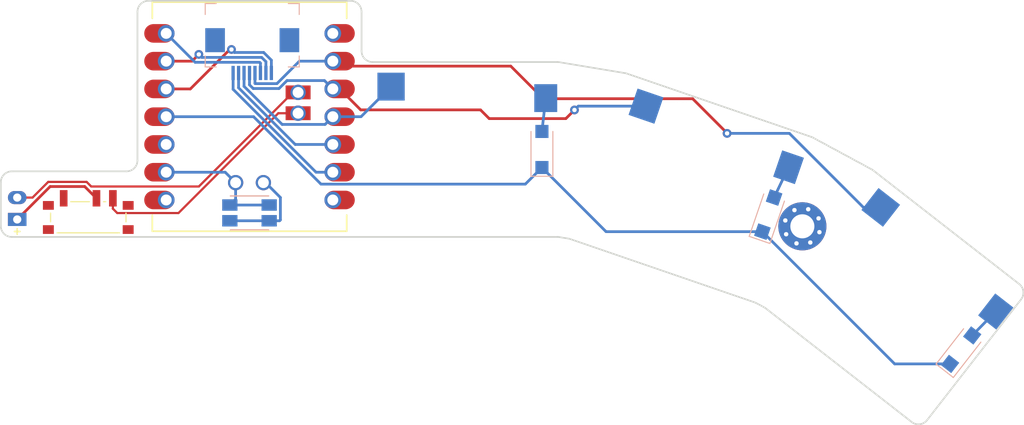
<source format=kicad_pcb>
(kicad_pcb (version 20221018) (generator pcbnew)
  (title_block (title "left_thumbs") (rev "rev1.0") (company "Nikservik"))
  (layers (0 "F.Cu" signal) (31 "B.Cu" signal) (34 "B.Paste" user) (35 "F.Paste" user) (36 "B.SilkS" user "B.Silkscreen") (37 "F.SilkS" user "F.Silkscreen") (38 "B.Mask" user) (39 "F.Mask" user) (44 "Edge.Cuts" user))
  (net 0 "")
  (net 1 "CT3")
  (net 2 "RLT4")
  (net 3 "S1_s2d")
  (net 4 "CT4")
  (net 5 "S2_s2d")
  (net 6 "CT5")
  (net 7 "S3_s2d")
  (net 8 "P0")
  (net 9 "CT1")
  (net 10 "CT2")
  (net 11 "P6")
  (net 12 "RLT1")
  (net 13 "RLT2")
  (net 14 "RLT3")
  (net 15 "RAW3V3")
  (net 16 "GND")
  (net 17 "RAW5V")
  (net 18 "BATP")
  (net 19 "BATN")
  (net 20 "RST")
  (net 21 "BAT_P")
  (footprint "Seeeduino XIAO nRF52840" (layer "F.Cu") (at 221.041967 38.88441 180)
    (fp_text reference "" (at 0 0 180) (layer "F.SilkS") (effects (font (size 1.27 1.27))))
    (fp_text value "" (at 0 0 180) (layer "F.SilkS") (effects (font (size 1.27 1.27))))
    (fp_line (start -8.89 -10.48) (end -8.89 -9) (stroke (width 0.15)) (layer "F.SilkS"))
    (fp_line (start -8.89 10.48) (end -8.89 9) (stroke (width 0.15)) (layer "F.SilkS"))
    (fp_line (start -8.89 10.48) (end 8.89 10.48) (stroke (width 0.15)) (layer "F.SilkS"))
    (fp_line (start 8.89 -10.48) (end -8.89 -10.48) (stroke (width 0.15)) (layer "F.SilkS"))
    (fp_line (start 8.89 -10.48) (end 8.89 -9) (stroke (width 0.15)) (layer "F.SilkS"))
    (fp_line (start 8.89 10.48) (end 8.89 9) (stroke (width 0.15)) (layer "F.SilkS"))
    (pad "" thru_hole circle (at -4.445 0.317) (size 1.4 1.4) (drill 1) (layers "*.Cu" "*.Mask") (net 18 "BATP"))
    (pad "" smd rect (at -4.445 0.317 180) (size 2.286 1.27) (layers "F.Cu" "F.Paste" "F.Mask") (net 18 "BATP"))
    (pad "" thru_hole circle (at -4.445 2.222) (size 1.4 1.4) (drill 1) (layers "*.Cu" "*.Mask") (net 19 "BATN"))
    (pad "" smd rect (at -4.445 2.222 180) (size 2.286 1.27) (layers "F.Cu" "F.Paste" "F.Mask") (net 19 "BATN"))
    (pad "" thru_hole circle (at -1.27 -6.033) (size 1.4 1.4) (drill 1) (layers "*.Cu" "*.Mask") (net 20 "RST"))
    (pad "" thru_hole circle (at 1.27 -6.033) (size 1.4 1.4) (drill 1) (layers "*.Cu" "*.Mask") (net 16 "GND"))
    (pad "1" smd oval (at -8.255 -7.62 180) (size 2.75 1.7) (layers "F.Cu" "F.Paste" "F.Mask") (net 8 "P0"))
    (pad "1" thru_hole circle (at -7.62 -7.62) (size 1.53 1.53) (drill 1) (layers "*.Cu" "*.Mask") (net 8 "P0"))
    (pad "2" smd oval (at -8.255 -5.08 180) (size 2.75 1.7) (layers "F.Cu" "F.Paste" "F.Mask") (net 9 "CT1"))
    (pad "2" thru_hole circle (at -7.62 -5.08) (size 1.53 1.53) (drill 1) (layers "*.Cu" "*.Mask") (net 9 "CT1"))
    (pad "3" smd oval (at -8.255 -2.54 180) (size 2.75 1.7) (layers "F.Cu" "F.Paste" "F.Mask") (net 10 "CT2"))
    (pad "3" thru_hole circle (at -7.62 -2.54) (size 1.53 1.53) (drill 1) (layers "*.Cu" "*.Mask") (net 10 "CT2"))
    (pad "4" smd oval (at -8.255 0 180) (size 2.75 1.7) (layers "F.Cu" "F.Paste" "F.Mask") (net 1 "CT3"))
    (pad "4" thru_hole circle (at -7.62 0) (size 1.53 1.53) (drill 1) (layers "*.Cu" "*.Mask") (net 1 "CT3"))
    (pad "5" smd oval (at -8.255 2.54 180) (size 2.75 1.7) (layers "F.Cu" "F.Paste" "F.Mask") (net 4 "CT4"))
    (pad "5" thru_hole circle (at -7.62 2.54) (size 1.53 1.53) (drill 1) (layers "*.Cu" "*.Mask") (net 4 "CT4"))
    (pad "6" smd oval (at -8.255 5.08 180) (size 2.75 1.7) (layers "F.Cu" "F.Paste" "F.Mask") (net 6 "CT5"))
    (pad "6" thru_hole circle (at -7.62 5.08) (size 1.53 1.53) (drill 1) (layers "*.Cu" "*.Mask") (net 6 "CT5"))
    (pad "7" smd oval (at -8.255 7.62 180) (size 2.75 1.7) (layers "F.Cu" "F.Paste" "F.Mask") (net 11 "P6"))
    (pad "7" thru_hole circle (at -7.62 7.62) (size 1.53 1.53) (drill 1) (layers "*.Cu" "*.Mask") (net 11 "P6"))
    (pad "8" thru_hole circle (at 7.62 7.62) (size 1.53 1.53) (drill 1) (layers "*.Cu" "*.Mask") (net 12 "RLT1"))
    (pad "8" smd oval (at 8.255 7.62 180) (size 2.75 1.7) (layers "F.Cu" "F.Paste" "F.Mask") (net 12 "RLT1"))
    (pad "9" thru_hole circle (at 7.62 5.08) (size 1.53 1.53) (drill 1) (layers "*.Cu" "*.Mask") (net 13 "RLT2"))
    (pad "9" smd oval (at 8.255 5.08 180) (size 2.75 1.7) (layers "F.Cu" "F.Paste" "F.Mask") (net 13 "RLT2"))
    (pad "10" thru_hole circle (at 7.62 2.54) (size 1.53 1.53) (drill 1) (layers "*.Cu" "*.Mask") (net 14 "RLT3"))
    (pad "10" smd oval (at 8.255 2.54 180) (size 2.75 1.7) (layers "F.Cu" "F.Paste" "F.Mask") (net 14 "RLT3"))
    (pad "11" thru_hole circle (at 7.62 0) (size 1.53 1.53) (drill 1) (layers "*.Cu" "*.Mask") (net 2 "RLT4"))
    (pad "11" smd oval (at 8.255 0 180) (size 2.75 1.7) (layers "F.Cu" "F.Paste" "F.Mask") (net 2 "RLT4"))
    (pad "12" thru_hole circle (at 7.62 -2.54) (size 1.53 1.53) (drill 1) (layers "*.Cu" "*.Mask") (net 15 "RAW3V3"))
    (pad "12" smd oval (at 8.255 -2.54 180) (size 2.75 1.7) (layers "F.Cu" "F.Paste" "F.Mask") (net 15 "RAW3V3"))
    (pad "13" thru_hole circle (at 7.62 -5.08) (size 1.53 1.53) (drill 1) (layers "*.Cu" "*.Mask") (net 16 "GND"))
    (pad "13" smd oval (at 8.255 -5.08 180) (size 2.75 1.7) (layers "F.Cu" "F.Paste" "F.Mask") (net 16 "GND"))
    (pad "14" thru_hole circle (at 7.62 -7.62) (size 1.53 1.53) (drill 1) (layers "*.Cu" "*.Mask") (net 17 "RAW5V"))
    (pad "14" smd oval (at 8.255 -7.62 180) (size 2.75 1.7) (layers "F.Cu" "F.Paste" "F.Mask") (net 17 "RAW5V"))
  )
  (footprint "GateronLowProfileSwitch" (layer "F.Cu") (at 240.291967 41.88441)
    (fp_text reference "S1" hide)
    (fp_text value "" hide)
    (pad "" np_thru_hole circle (at -2.6 -5.75) (size 3 3) (drill 3) (layers "*.Cu" "*.Mask"))
    (pad "" np_thru_hole circle (at 0 0) (size 5.1 5.1) (drill 5.1) (layers "*.Cu" "*.Mask"))
    (pad "" np_thru_hole circle (at 4.4 -4.7) (size 3 3) (drill 3) (layers "*.Cu" "*.Mask"))
    (pad "1" smd rect (at -6.3 -5.75) (size 2.5 2.55) (layers "B.Cu" "B.Paste" "B.Mask") (net 1 "CT3"))
    (pad "2" smd rect (at 7.85 -4.7) (size 2.1 2.55) (layers "B.Cu" "B.Paste" "B.Mask") (net 3 "S1_s2d"))
  )
  (footprint "BatteryPad" (layer "F.Cu") (at 199.791967 47.28441 90)
    (fp_text reference "BAT1" hide)
    (fp_text value "" hide)
    (fp_line (start -2.1 -0.25) (end -2.1 0.25) (stroke (width 0.15)) (layer "F.SilkS"))
    (fp_line (start -1.85 0) (end -2.35 0) (stroke (width 0.15)) (layer "F.SilkS"))
    (pad "1" thru_hole rect (at -1 0 90) (size 1.2 1.7) (drill 0.75) (layers "*.Cu" "*.Mask") (net 21 "BAT_P"))
    (pad "2" thru_hole oval (at 1 0 90) (size 1.2 1.7) (drill 0.75) (layers "*.Cu" "*.Mask") (net 19 "BATN"))
  )
  (footprint "sw_reset_side" (layer "F.Cu") (at 221.041967 47.68441 -90)
    (fp_text reference "SW2" hide)
    (fp_text value "" (at 0 0 -90) (layer "F.SilkS") (effects (font (size 1.27 1.27))))
    (fp_line (start -1.55 -1.75) (end -1.55 1.75) (stroke (width 0.12)) (layer "B.SilkS"))
    (fp_line (start 1.55 1.75) (end 1.55 -1.75) (stroke (width 0.12)) (layer "B.SilkS"))
    (pad "1" smd rect (at -0.72 -1.8 180) (size 1.4 1.05) (layers "B.Cu" "B.Paste" "B.Mask") (net 16 "GND"))
    (pad "1" smd rect (at -0.72 1.8 180) (size 1.4 1.05) (layers "B.Cu" "B.Paste" "B.Mask") (net 16 "GND"))
    (pad "2" smd rect (at 0.72 -1.8 180) (size 1.4 1.05) (layers "B.Cu" "B.Paste" "B.Mask") (net 20 "RST"))
    (pad "2" smd rect (at 0.72 1.8 180) (size 1.4 1.05) (layers "B.Cu" "B.Paste" "B.Mask") (net 20 "RST"))
  )
  (footprint "power_switch" (layer "F.Cu") (at 206.291967 48.08441 -90)
    (fp_text reference "SW1" hide)
    (fp_text value "" (at 0 0 -90) (layer "F.SilkS") (effects (font (size 1.27 1.27))))
    (fp_line (start -1.425 -1.4) (end -1.425 -1.6) (stroke (width 0.12)) (layer "F.SilkS"))
    (fp_line (start -1.425 1.6) (end -1.425 -0.1) (stroke (width 0.12)) (layer "F.SilkS"))
    (fp_line (start -0.375 3.45) (end 0.415 3.45) (stroke (width 0.12)) (layer "F.SilkS"))
    (fp_line (start 0.415 -3.45) (end -0.375 -3.45) (stroke (width 0.12)) (layer "F.SilkS"))
    (fp_line (start 1.425 2.85) (end 1.425 -2.85) (stroke (width 0.12)) (layer "F.SilkS"))
    (pad "" smd rect (at -1.085 -3.65) (size 1 0.8) (layers "F.Cu" "F.Paste" "F.Mask"))
    (pad "" smd rect (at -1.085 3.65) (size 1 0.8) (layers "F.Cu" "F.Paste" "F.Mask"))
    (pad "" np_thru_hole circle (at 0.025 -1.5) (size 0.9 0.9) (drill 0.9) (layers "*.Cu" "*.Mask"))
    (pad "" np_thru_hole circle (at 0.025 1.5) (size 0.9 0.9) (drill 0.9) (layers "*.Cu" "*.Mask"))
    (pad "" smd rect (at 1.125 -3.65) (size 1 0.8) (layers "F.Cu" "F.Paste" "F.Mask"))
    (pad "" smd rect (at 1.125 3.65) (size 1 0.8) (layers "F.Cu" "F.Paste" "F.Mask"))
    (pad "1" smd rect (at -1.735 2.25) (size 0.7 1.5) (layers "F.Cu" "F.Paste" "F.Mask"))
    (pad "2" smd rect (at -1.735 -0.75) (size 0.7 1.5) (layers "F.Cu" "F.Paste" "F.Mask") (net 21 "BAT_P"))
    (pad "3" smd rect (at -1.735 -2.25) (size 0.7 1.5) (layers "F.Cu" "F.Paste" "F.Mask") (net 18 "BATP"))
  )
  (footprint "MountingHole_2.2mm_M2_Pad_Via" (layer "F.Cu") (at 271.61651 48.91199 -18.952)
    (fp_text reference "_3" hide)
    (fp_text value "" (at 0 0 -18.952) (layer "F.SilkS") (effects (font (size 1.27 1.27))))
    (pad "1" thru_hole circle (at -1.65 0) (size 0.7 0.7) (drill 0.4) (layers "*.Cu" "*.Mask"))
    (pad "1" thru_hole circle (at -1.166726 -1.166726) (size 0.7 0.7) (drill 0.4) (layers "*.Cu" "*.Mask"))
    (pad "1" thru_hole circle (at -1.166726 1.166726) (size 0.7 0.7) (drill 0.4) (layers "*.Cu" "*.Mask"))
    (pad "1" thru_hole circle (at 0 -1.65) (size 0.7 0.7) (drill 0.4) (layers "*.Cu" "*.Mask"))
    (pad "1" thru_hole circle (at 0 0) (size 4.4 4.4) (drill 2.2) (layers "*.Cu" "*.Mask"))
    (pad "1" thru_hole circle (at 0 1.65) (size 0.7 0.7) (drill 0.4) (layers "*.Cu" "*.Mask"))
    (pad "1" thru_hole circle (at 1.166726 -1.166726) (size 0.7 0.7) (drill 0.4) (layers "*.Cu" "*.Mask"))
    (pad "1" thru_hole circle (at 1.166726 1.166726) (size 0.7 0.7) (drill 0.4) (layers "*.Cu" "*.Mask"))
    (pad "1" thru_hole circle (at 1.65 0) (size 0.7 0.7) (drill 0.4) (layers "*.Cu" "*.Mask"))
  )
  (footprint "GateronLowProfileSwitch" (layer "F.Cu") (at 261.401967 45.40441 -18.952)
    (fp_text reference "S2" hide)
    (fp_text value "" hide)
    (pad "" np_thru_hole circle (at -2.6 -5.75) (size 3 3) (drill 3) (layers "*.Cu" "*.Mask"))
    (pad "" np_thru_hole circle (at 0 0) (size 5.1 5.1) (drill 5.1) (layers "*.Cu" "*.Mask"))
    (pad "" np_thru_hole circle (at 4.4 -4.7) (size 3 3) (drill 3) (layers "*.Cu" "*.Mask"))
    (pad "1" smd rect (at -6.3 -5.75 341.048) (size 2.5 2.55) (layers "B.Cu" "B.Paste" "B.Mask") (net 4 "CT4"))
    (pad "2" smd rect (at 7.85 -4.7 341.048) (size 2.1 2.55) (layers "B.Cu" "B.Paste" "B.Mask") (net 5 "S2_s2d"))
  )
  (footprint "GateronLowProfileSwitch" (layer "F.Cu") (at 280.224404 55.589614 -37.904)
    (fp_text reference "S3" hide)
    (fp_text value "" hide)
    (pad "" np_thru_hole circle (at -2.6 -5.75) (size 3 3) (drill 3) (layers "*.Cu" "*.Mask"))
    (pad "" np_thru_hole circle (at 0 0) (size 5.1 5.1) (drill 5.1) (layers "*.Cu" "*.Mask"))
    (pad "" np_thru_hole circle (at 4.4 -4.7) (size 3 3) (drill 3) (layers "*.Cu" "*.Mask"))
    (pad "1" smd rect (at -6.3 -5.75 322.096) (size 2.5 2.55) (layers "B.Cu" "B.Paste" "B.Mask") (net 6 "CT5"))
    (pad "2" smd rect (at 7.85 -4.7 322.096) (size 2.1 2.55) (layers "B.Cu" "B.Paste" "B.Mask") (net 7 "S3_s2d"))
  )
  (footprint "SmdDiode" (layer "B.Cu") (at 280.224404 55.589614 -37.904)
    (fp_text reference "" (at 0 0 -37.904) (layer "F.SilkS") (effects (font (size 1.27 1.27))))
    (fp_text value "" (at 0 0 -37.904) (layer "F.SilkS") (effects (font (size 1.27 1.27))))
    (fp_line (start 6.5 2.45) (end 6.5 -1.65) (stroke (width 0.1)) (layer "B.SilkS"))
    (fp_line (start 8.5 -1.65) (end 8.5 2.45) (stroke (width 0.1)) (layer "B.SilkS"))
    (fp_line (start 8.5 2.45) (end 6.5 2.45) (stroke (width 0.1)) (layer "B.SilkS"))
    (pad "1" smd rect (at 7.5 -1.65 322.096) (size 1.2 1.2) (layers "B.Cu" "B.Paste" "B.Mask") (net 7 "S3_s2d"))
    (pad "2" smd rect (at 7.5 1.65 322.096) (size 1.2 1.2) (layers "B.Cu" "B.Paste" "B.Mask") (net 2 "RLT4"))
  )
  (footprint "HKWClamshellSocket" (layer "B.Cu") (at 221.291967 31.88441)
    (fp_text reference "_2" hide)
    (fp_text value "" hide)
    (fp_line (start -4.3 -3.35) (end -4.3 -2.35) (stroke (width 0.1)) (layer "B.SilkS"))
    (fp_line (start -4.3 -3.35) (end -3.3 -3.35) (stroke (width 0.1)) (layer "B.SilkS"))
    (fp_line (start -4.3 2.45) (end -4.3 1.45) (stroke (width 0.1)) (layer "B.SilkS"))
    (fp_line (start -4.3 2.45) (end -3.3 2.45) (stroke (width 0.1)) (layer "B.SilkS"))
    (fp_line (start 4.3 -3.35) (end 3.3 -3.35) (stroke (width 0.1)) (layer "B.SilkS"))
    (fp_line (start 4.3 -3.35) (end 4.3 -2.35) (stroke (width 0.1)) (layer "B.SilkS"))
    (fp_line (start 4.3 2.45) (end 3.3 2.45) (stroke (width 0.1)) (layer "B.SilkS"))
    (fp_line (start 4.3 2.45) (end 4.3 1.45) (stroke (width 0.1)) (layer "B.SilkS"))
    (pad "" smd rect (at -3.4 0) (size 1.8 2.2) (layers "B.Cu" "B.Paste" "B.Mask"))
    (pad "" smd rect (at 3.4 0) (size 1.8 2.2) (layers "B.Cu" "B.Paste" "B.Mask"))
    (pad "1" smd rect (at -1.75 3) (size 0.3 1.3) (layers "B.Cu" "B.Paste" "B.Mask") (net 9 "CT1"))
    (pad "2" smd rect (at -1.25 3) (size 0.3 1.3) (layers "B.Cu" "B.Paste" "B.Mask") (net 10 "CT2"))
    (pad "3" smd rect (at -0.75 3) (size 0.3 1.3) (layers "B.Cu" "B.Paste" "B.Mask") (net 1 "CT3"))
    (pad "4" smd rect (at -0.25 3) (size 0.3 1.3) (layers "B.Cu" "B.Paste" "B.Mask") (net 4 "CT4"))
    (pad "5" smd rect (at 0.25 3) (size 0.3 1.3) (layers "B.Cu" "B.Paste" "B.Mask") (net 6 "CT5"))
    (pad "6" smd rect (at 0.75 3) (size 0.3 1.3) (layers "B.Cu" "B.Paste" "B.Mask") (net 12 "RLT1"))
    (pad "7" smd rect (at 1.25 3) (size 0.3 1.3) (layers "B.Cu" "B.Paste" "B.Mask") (net 13 "RLT2"))
    (pad "8" smd rect (at 1.75 3) (size 0.3 1.3) (layers "B.Cu" "B.Paste" "B.Mask") (net 14 "RLT3"))
  )
  (footprint "SmdDiode" (layer "B.Cu") (at 240.291967 41.88441)
    (fp_text reference "" (at 0 0) (layer "F.SilkS") (effects (font (size 1.27 1.27))))
    (fp_text value "" (at 0 0) (layer "F.SilkS") (effects (font (size 1.27 1.27))))
    (fp_line (start 6.5 2.45) (end 6.5 -1.65) (stroke (width 0.1)) (layer "B.SilkS"))
    (fp_line (start 8.5 -1.65) (end 8.5 2.45) (stroke (width 0.1)) (layer "B.SilkS"))
    (fp_line (start 8.5 2.45) (end 6.5 2.45) (stroke (width 0.1)) (layer "B.SilkS"))
    (pad "1" smd rect (at 7.5 -1.65) (size 1.2 1.2) (layers "B.Cu" "B.Paste" "B.Mask") (net 3 "S1_s2d"))
    (pad "2" smd rect (at 7.5 1.65) (size 1.2 1.2) (layers "B.Cu" "B.Paste" "B.Mask") (net 2 "RLT4"))
  )
  (footprint "SmdDiode" (layer "B.Cu") (at 261.401967 45.40441 -18.952)
    (fp_text reference "" (at 0 0 -18.952) (layer "F.SilkS") (effects (font (size 1.27 1.27))))
    (fp_text value "" (at 0 0 -18.952) (layer "F.SilkS") (effects (font (size 1.27 1.27))))
    (fp_line (start 6.5 2.45) (end 6.5 -1.65) (stroke (width 0.1)) (layer "B.SilkS"))
    (fp_line (start 8.5 -1.65) (end 8.5 2.45) (stroke (width 0.1)) (layer "B.SilkS"))
    (fp_line (start 8.5 2.45) (end 6.5 2.45) (stroke (width 0.1)) (layer "B.SilkS"))
    (pad "1" smd rect (at 7.5 -1.65 341.048) (size 1.2 1.2) (layers "B.Cu" "B.Paste" "B.Mask") (net 5 "S2_s2d"))
    (pad "2" smd rect (at 7.5 1.65 341.048) (size 1.2 1.2) (layers "B.Cu" "B.Paste" "B.Mask") (net 2 "RLT4"))
  )
  (gr_line (start 291.451456 54.192007) (end 278.103372 43.799311) (stroke (width 0.15)) (layer "Edge.Cuts"))
  (gr_line (start 272.434167 40.734237) (end 255.566708 34.942107) (stroke (width 0.15)) (layer "Edge.Cuts"))
  (gr_line (start 210.791967 29.28441) (end 210.791967 42.88441) (stroke (width 0.15)) (layer "Edge.Cuts"))
  (gr_line (start 209.791967 43.88441) (end 199.291967 43.88441) (stroke (width 0.15)) (layer "Edge.Cuts"))
  (gr_line (start 232.291967 33.88441) (end 249.209362 33.88441) (stroke (width 0.15)) (layer "Edge.Cuts"))
  (gr_line (start 198.291967 44.88441) (end 198.291967 48.88441) (stroke (width 0.15)) (layer "Edge.Cuts"))
  (gr_line (start 231.291967 32.88441) (end 231.291967 29.28441) (stroke (width 0.15)) (layer "Edge.Cuts"))
  (gr_arc (start 198.291967 44.88441) (mid 198.58486 44.177303) (end 199.291967 43.88441) (stroke (width 0.15)) (layer "Edge.Cuts"))
  (gr_line (start 267.387385 55.932114) (end 268.208311 56.372881) (stroke (width 0.15)) (layer "Edge.Cuts"))
  (gr_arc (start 272.434166 40.734238) (mid 272.510925 40.764185) (end 272.584959 40.80035) (stroke (width 0.15)) (layer "Edge.Cuts"))
  (gr_arc (start 210.791967 42.88441) (mid 210.499074 43.591517) (end 209.791967 43.88441) (stroke (width 0.15)) (layer "Edge.Cuts"))
  (gr_arc (start 291.451455 54.192006) (mid 291.829456 54.857515) (end 291.626157 55.595388) (stroke (width 0.15)) (layer "Edge.Cuts"))
  (gr_arc (start 277.964601 43.708674) (mid 278.035868 43.751112) (end 278.103372 43.799311) (stroke (width 0.15)) (layer "Edge.Cuts"))
  (gr_arc (start 283.025392 66.641965) (mid 282.359883 67.019965) (end 281.622011 66.816666) (stroke (width 0.15)) (layer "Edge.Cuts"))
  (gr_line (start 277.964601 43.708673) (end 272.584959 40.80035) (stroke (width 0.15)) (layer "Edge.Cuts"))
  (gr_arc (start 230.291967 28.28441) (mid 230.999074 28.577303) (end 231.291967 29.28441) (stroke (width 0.15)) (layer "Edge.Cuts"))
  (gr_line (start 199.291967 49.88441) (end 249.210806 49.88441) (stroke (width 0.15)) (layer "Edge.Cuts"))
  (gr_arc (start 249.209363 33.88441) (mid 249.291687 33.887805) (end 249.373453 33.897965) (stroke (width 0.15)) (layer "Edge.Cuts"))
  (gr_line (start 283.025393 66.641965) (end 291.626157 55.595388) (stroke (width 0.15)) (layer "Edge.Cuts"))
  (gr_line (start 249.372066 49.897498) (end 250.291641 50.047755) (stroke (width 0.15)) (layer "Edge.Cuts"))
  (gr_line (start 230.291967 28.28441) (end 211.791967 28.28441) (stroke (width 0.15)) (layer "Edge.Cuts"))
  (gr_arc (start 199.291967 49.88441) (mid 198.58486 49.591517) (end 198.291967 48.88441) (stroke (width 0.15)) (layer "Edge.Cuts"))
  (gr_arc (start 210.791967 29.28441) (mid 211.08486 28.577303) (end 211.791967 28.28441) (stroke (width 0.15)) (layer "Edge.Cuts"))
  (gr_arc (start 267.239118 55.867362) (mid 267.314563 55.896734) (end 267.387385 55.932114) (stroke (width 0.15)) (layer "Edge.Cuts"))
  (gr_arc (start 255.406022 34.901453) (mid 255.487209 34.918445) (end 255.566708 34.942107) (stroke (width 0.15)) (layer "Edge.Cuts"))
  (gr_line (start 255.406022 34.901453) (end 249.373453 33.897965) (stroke (width 0.15)) (layer "Edge.Cuts"))
  (gr_line (start 268.208311 56.372881) (end 281.622011 66.816666) (stroke (width 0.15)) (layer "Edge.Cuts"))
  (gr_arc (start 249.210807 49.88441) (mid 249.291702 49.887687) (end 249.372066 49.897498) (stroke (width 0.15)) (layer "Edge.Cuts"))
  (gr_arc (start 232.291967 33.88441) (mid 231.58486 33.591517) (end 231.291967 32.88441) (stroke (width 0.15)) (layer "Edge.Cuts"))
  (gr_line (start 250.291641 50.047755) (end 267.239118 55.867362) (stroke (width 0.15)) (layer "Edge.Cuts"))
  (segment (start 224.027175 39.59241) (end 227.953967 39.59241) (width 0.25) (layer "B.Cu") (net 1))
  (segment (start 220.541967 36.107202) (end 224.027175 39.59241) (width 0.25) (layer "B.Cu") (net 1))
  (segment (start 233.991967 36.13441) (end 231.241967 38.88441) (width 0.25) (layer "B.Cu") (net 1))
  (segment (start 220.541967 34.88441) (end 220.541967 36.107202) (width 0.25) (layer "B.Cu") (net 1))
  (segment (start 227.953967 39.59241) (end 228.661967 38.88441) (width 0.25) (layer "B.Cu") (net 1))
  (segment (start 231.241967 38.88441) (end 228.661967 38.88441) (width 0.25) (layer "B.Cu") (net 1))
  (segment (start 227.579987 45.05441) (end 221.409987 38.88441) (width 0.25) (layer "B.Cu") (net 2))
  (segment (start 221.409987 38.88441) (end 213.421967 38.88441) (width 0.25) (layer "B.Cu") (net 2))
  (segment (start 246.271967 45.05441) (end 227.579987 45.05441) (width 0.25) (layer "B.Cu") (net 2))
  (segment (start 253.658342 49.400785) (end 247.791967 43.53441) (width 0.25) (layer "B.Cu") (net 2))
  (segment (start 267.959519 49.400785) (end 253.658342 49.400785) (width 0.25) (layer "B.Cu") (net 2))
  (segment (start 285.128552 61.499084) (end 280.057818 61.499084) (width 0.25) (layer "B.Cu") (net 2))
  (segment (start 247.791967 43.53441) (end 246.271967 45.05441) (width 0.25) (layer "B.Cu") (net 2))
  (segment (start 280.057818 61.499084) (end 267.959519 49.400785) (width 0.25) (layer "B.Cu") (net 2))
  (segment (start 248.141967 37.18441) (end 247.791967 40.23441) (width 0.25) (layer "B.Cu") (net 3))
  (segment (start 249.98059 39.05941) (end 242.96941 39.05941) (width 0.25) (layer "F.Cu") (net 4))
  (segment (start 242.96941 39.05941) (end 242.17 38.26) (width 0.25) (layer "F.Cu") (net 4))
  (segment (start 250.77 38.27) (end 249.98059 39.05941) (width 0.25) (layer "F.Cu") (net 4))
  (segment (start 231.212557 38.26) (end 229.296967 36.34441) (width 0.25) (layer "F.Cu") (net 4))
  (segment (start 229.296967 36.34441) (end 228.661967 36.34441) (width 0.25) (layer "F.Cu") (net 4))
  (segment (start 242.17 38.26) (end 231.212557 38.26) (width 0.25) (layer "F.Cu") (net 4))
  (via (at 250.77 38.27) (size 0.8) (drill 0.4) (layers "F.Cu" "B.Cu") (net 4))
  (segment (start 221.041967 34.88441) (end 221.041967 35.970806) (width 0.25) (layer "B.Cu") (net 4))
  (segment (start 257.310945 37.920023) (end 251.119977 37.920023) (width 0.25) (layer "B.Cu") (net 4))
  (segment (start 224.47059 35.57941) (end 227.896967 35.57941) (width 0.25) (layer "B.Cu") (net 4))
  (segment (start 221.380571 36.30941) (end 223.74059 36.30941) (width 0.25) (layer "B.Cu") (net 4))
  (segment (start 251.119977 37.920023) (end 250.77 38.27) (width 0.25) (layer "B.Cu") (net 4))
  (segment (start 223.74059 36.30941) (end 224.47059 35.57941) (width 0.25) (layer "B.Cu") (net 4))
  (segment (start 221.041967 35.970806) (end 221.380571 36.30941) (width 0.25) (layer "B.Cu") (net 4))
  (segment (start 227.896967 35.57941) (end 228.661967 36.34441) (width 0.25) (layer "B.Cu") (net 4))
  (segment (start 270.352873 43.508683) (end 269.03128 46.279674) (width 0.25) (layer "B.Cu") (net 5))
  (segment (start 264.73 40.389672) (end 261.580328 37.24) (width 0.25) (layer "F.Cu") (net 6))
  (segment (start 244.93941 34.25941) (end 229.116967 34.25941) (width 0.25) (layer "F.Cu") (net 6))
  (segment (start 247.92 37.24) (end 244.93941 34.25941) (width 0.25) (layer "F.Cu") (net 6))
  (segment (start 261.580328 37.24) (end 247.92 37.24) (width 0.25) (layer "F.Cu") (net 6))
  (segment (start 229.116967 34.25941) (end 228.661967 33.80441) (width 0.25) (layer "F.Cu") (net 6))
  (segment (start 264.73 40.41) (end 264.73 40.389672) (width 0.25) (layer "F.Cu") (net 6))
  (via (at 264.73 40.41) (size 0.8) (drill 0.4) (layers "F.Cu" "B.Cu") (net 6))
  (segment (start 278.785901 47.182283) (end 277.2017 47.182283) (width 0.25) (layer "B.Cu") (net 6))
  (segment (start 221.541967 34.88441) (end 221.541967 35.83441) (width 0.25) (layer "B.Cu") (net 6))
  (segment (start 223.55059 35.85941) (end 225.60559 33.80441) (width 0.25) (layer "B.Cu") (net 6))
  (segment (start 277.2017 47.182283) (end 270.429417 40.41) (width 0.25) (layer "B.Cu") (net 6))
  (segment (start 270.429417 40.41) (end 264.73 40.41) (width 0.25) (layer "B.Cu") (net 6))
  (segment (start 225.60559 33.80441) (end 228.661967 33.80441) (width 0.25) (layer "B.Cu") (net 6))
  (segment (start 221.541967 35.83441) (end 221.566967 35.85941) (width 0.25) (layer "B.Cu") (net 6))
  (segment (start 221.566967 35.85941) (end 223.55059 35.85941) (width 0.25) (layer "B.Cu") (net 6))
  (segment (start 289.305777 56.703692) (end 287.155874 58.895248) (width 0.25) (layer "B.Cu") (net 7))
  (segment (start 219.541967 36.379994) (end 227.126383 43.96441) (width 0.25) (layer "B.Cu") (net 9))
  (segment (start 219.541967 34.88441) (end 219.541967 36.379994) (width 0.25) (layer "B.Cu") (net 9))
  (segment (start 227.126383 43.96441) (end 228.661967 43.96441) (width 0.25) (layer "B.Cu") (net 9))
  (segment (start 225.222779 41.42441) (end 228.661967 41.42441) (width 0.25) (layer "B.Cu") (net 10))
  (segment (start 220.041967 34.88441) (end 220.041967 36.243598) (width 0.25) (layer "B.Cu") (net 10))
  (segment (start 220.041967 36.243598) (end 225.222779 41.42441) (width 0.25) (layer "B.Cu") (net 10))
  (segment (start 221.966967 33.90941) (end 216.066967 33.90941) (width 0.25) (layer "B.Cu") (net 12))
  (segment (start 222.041967 34.88441) (end 222.041967 33.98441) (width 0.25) (layer "B.Cu") (net 12))
  (segment (start 222.041967 33.98441) (end 221.966967 33.90941) (width 0.25) (layer "B.Cu") (net 12))
  (segment (start 216.066967 33.90941) (end 213.421967 31.26441) (width 0.25) (layer "B.Cu") (net 12))
  (segment (start 215.786578 33.80441) (end 213.421967 33.80441) (width 0.25) (layer "F.Cu") (net 13))
  (segment (start 216.406078 33.18491) (end 215.786578 33.80441) (width 0.25) (layer "F.Cu") (net 13))
  (via (at 216.406078 33.18491) (size 0.8) (drill 0.4) (layers "F.Cu" "B.Cu") (net 13))
  (segment (start 222.153363 33.45941) (end 216.680578 33.45941) (width 0.25) (layer "B.Cu") (net 13))
  (segment (start 222.541967 34.88441) (end 222.541967 33.848014) (width 0.25) (layer "B.Cu") (net 13))
  (segment (start 216.680578 33.45941) (end 216.406078 33.18491) (width 0.25) (layer "B.Cu") (net 13))
  (segment (start 222.541967 33.848014) (end 222.153363 33.45941) (width 0.25) (layer "B.Cu") (net 13))
  (segment (start 215.631969 36.34441) (end 213.421967 36.34441) (width 0.25) (layer "F.Cu") (net 14))
  (segment (start 219.241469 32.73491) (end 215.631969 36.34441) (width 0.25) (layer "F.Cu") (net 14))
  (segment (start 219.391469 32.73491) (end 219.241469 32.73491) (width 0.25) (layer "F.Cu") (net 14))
  (via (at 219.391469 32.73491) (size 0.8) (drill 0.4) (layers "F.Cu" "B.Cu") (net 14))
  (segment (start 222.339759 33.00941) (end 223.041967 33.711618) (width 0.25) (layer "B.Cu") (net 14))
  (segment (start 219.391469 32.73491) (end 219.665969 33.00941) (width 0.25) (layer "B.Cu") (net 14))
  (segment (start 223.041967 33.711618) (end 223.041967 34.88441) (width 0.25) (layer "B.Cu") (net 14))
  (segment (start 219.665969 33.00941) (end 222.339759 33.00941) (width 0.25) (layer "B.Cu") (net 14))
  (segment (start 218.818967 43.96441) (end 219.771967 44.91741) (width 0.25) (layer "B.Cu") (net 16))
  (segment (start 219.241967 46.96441) (end 219.771967 46.43441) (width 0.25) (layer "B.Cu") (net 16))
  (segment (start 219.771967 46.43441) (end 219.771967 44.91741) (width 0.25) (layer "B.Cu") (net 16))
  (segment (start 219.241967 46.96441) (end 222.841967 46.96441) (width 0.25) (layer "B.Cu") (net 16))
  (segment (start 213.421967 43.96441) (end 218.818967 43.96441) (width 0.25) (layer "B.Cu") (net 16))
  (segment (start 208.541967 46.34941) (end 208.541967 47.29941) (width 0.2) (layer "F.Cu") (net 18))
  (segment (start 208.541967 47.29941) (end 208.941967 47.69941) (width 0.2) (layer "F.Cu") (net 18))
  (segment (start 214.542653 47.69941) (end 223.674653 38.56741) (width 0.2) (layer "F.Cu") (net 18))
  (segment (start 223.674653 38.56741) (end 225.486967 38.56741) (width 0.2) (layer "F.Cu") (net 18))
  (segment (start 208.941967 47.69941) (end 214.542653 47.69941) (width 0.2) (layer "F.Cu") (net 18))
  (segment (start 199.791967 46.28441) (end 201.190927 46.28441) (width 0.2) (layer "F.Cu") (net 19))
  (segment (start 202.625927 44.84941) (end 206.143007 44.84941) (width 0.2) (layer "F.Cu") (net 19))
  (segment (start 225.013967 36.66241) (end 225.486967 36.66241) (width 0.2) (layer "F.Cu") (net 19))
  (segment (start 216.406377 45.27) (end 225.013967 36.66241) (width 0.2) (layer "F.Cu") (net 19))
  (segment (start 201.190927 46.28441) (end 202.625927 44.84941) (width 0.2) (layer "F.Cu") (net 19))
  (segment (start 206.563597 45.27) (end 216.406377 45.27) (width 0.2) (layer "F.Cu") (net 19))
  (segment (start 206.143007 44.84941) (end 206.563597 45.27) (width 0.2) (layer "F.Cu") (net 19))
  (segment (start 222.50741 44.91741) (end 222.311967 44.91741) (width 0.25) (layer "B.Cu") (net 20))
  (segment (start 223.791967 48.40441) (end 223.866967 48.32941) (width 0.25) (layer "B.Cu") (net 20))
  (segment (start 219.241967 48.40441) (end 222.841967 48.40441) (width 0.25) (layer "B.Cu") (net 20))
  (segment (start 223.866967 46.276967) (end 222.50741 44.91741) (width 0.25) (layer "B.Cu") (net 20))
  (segment (start 222.841967 48.40441) (end 223.791967 48.40441) (width 0.25) (layer "B.Cu") (net 20))
  (segment (start 223.866967 48.32941) (end 223.866967 46.276967) (width 0.25) (layer "B.Cu") (net 20))
  (segment (start 199.791967 48.28441) (end 202.801967 45.27441) (width 0.25) (layer "F.Cu") (net 21))
  (segment (start 205.966967 45.27441) (end 207.041967 46.34941) (width 0.25) (layer "F.Cu") (net 21))
  (segment (start 202.801967 45.27441) (end 205.966967 45.27441) (width 0.25) (layer "F.Cu") (net 21))
)
</source>
